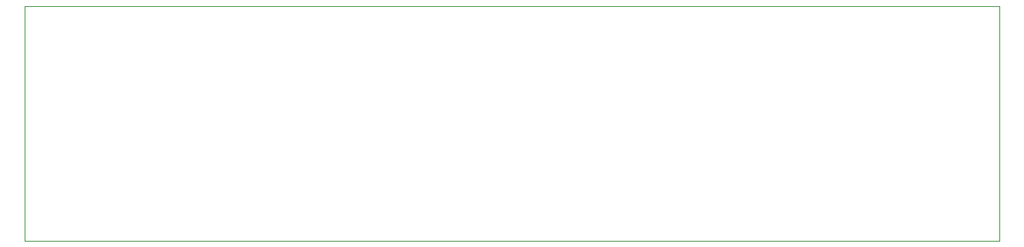
<source format=gbr>
%TF.GenerationSoftware,KiCad,Pcbnew,(5.1.6)-1*%
%TF.CreationDate,2020-11-13T23:51:03+05:30*%
%TF.ProjectId,Bot_Controller,426f745f-436f-46e7-9472-6f6c6c65722e,rev?*%
%TF.SameCoordinates,Original*%
%TF.FileFunction,Profile,NP*%
%FSLAX46Y46*%
G04 Gerber Fmt 4.6, Leading zero omitted, Abs format (unit mm)*
G04 Created by KiCad (PCBNEW (5.1.6)-1) date 2020-11-13 23:51:03*
%MOMM*%
%LPD*%
G01*
G04 APERTURE LIST*
%TA.AperFunction,Profile*%
%ADD10C,0.050000*%
%TD*%
G04 APERTURE END LIST*
D10*
X27508200Y-48229520D02*
X27508200Y-22321520D01*
X134696200Y-48229520D02*
X27508200Y-48229520D01*
X134696200Y-44673520D02*
X134696200Y-48229520D01*
X134696200Y-22321520D02*
X134696200Y-44673520D01*
X27508200Y-22321520D02*
X134696200Y-22321520D01*
M02*

</source>
